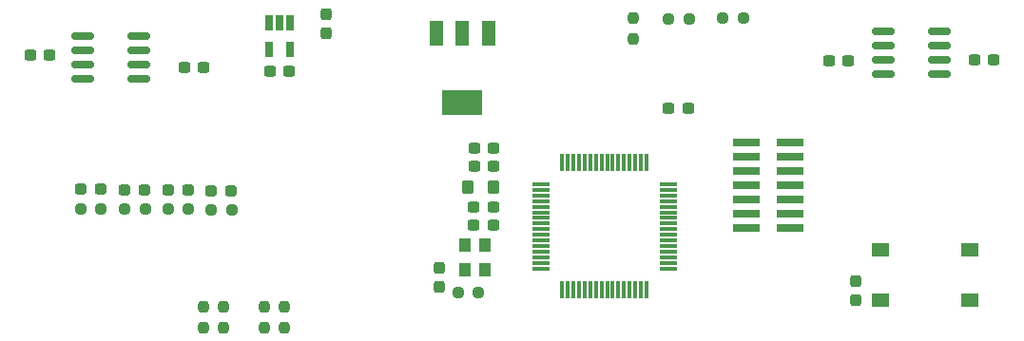
<source format=gbr>
%TF.GenerationSoftware,KiCad,Pcbnew,(6.0.7-1)-1*%
%TF.CreationDate,2022-10-27T12:50:35+02:00*%
%TF.ProjectId,ESE_RuizHerbelinAsfary,4553455f-5275-4697-9a48-657262656c69,rev?*%
%TF.SameCoordinates,Original*%
%TF.FileFunction,Paste,Top*%
%TF.FilePolarity,Positive*%
%FSLAX46Y46*%
G04 Gerber Fmt 4.6, Leading zero omitted, Abs format (unit mm)*
G04 Created by KiCad (PCBNEW (6.0.7-1)-1) date 2022-10-27 12:50:35*
%MOMM*%
%LPD*%
G01*
G04 APERTURE LIST*
G04 Aperture macros list*
%AMRoundRect*
0 Rectangle with rounded corners*
0 $1 Rounding radius*
0 $2 $3 $4 $5 $6 $7 $8 $9 X,Y pos of 4 corners*
0 Add a 4 corners polygon primitive as box body*
4,1,4,$2,$3,$4,$5,$6,$7,$8,$9,$2,$3,0*
0 Add four circle primitives for the rounded corners*
1,1,$1+$1,$2,$3*
1,1,$1+$1,$4,$5*
1,1,$1+$1,$6,$7*
1,1,$1+$1,$8,$9*
0 Add four rect primitives between the rounded corners*
20,1,$1+$1,$2,$3,$4,$5,0*
20,1,$1+$1,$4,$5,$6,$7,0*
20,1,$1+$1,$6,$7,$8,$9,0*
20,1,$1+$1,$8,$9,$2,$3,0*%
G04 Aperture macros list end*
%ADD10RoundRect,0.150000X-0.825000X-0.150000X0.825000X-0.150000X0.825000X0.150000X-0.825000X0.150000X0*%
%ADD11RoundRect,0.237500X0.250000X0.237500X-0.250000X0.237500X-0.250000X-0.237500X0.250000X-0.237500X0*%
%ADD12RoundRect,0.237500X-0.250000X-0.237500X0.250000X-0.237500X0.250000X0.237500X-0.250000X0.237500X0*%
%ADD13RoundRect,0.237500X-0.237500X0.250000X-0.237500X-0.250000X0.237500X-0.250000X0.237500X0.250000X0*%
%ADD14RoundRect,0.237500X-0.287500X-0.237500X0.287500X-0.237500X0.287500X0.237500X-0.287500X0.237500X0*%
%ADD15R,1.549400X1.295400*%
%ADD16RoundRect,0.237500X0.237500X-0.300000X0.237500X0.300000X-0.237500X0.300000X-0.237500X-0.300000X0*%
%ADD17RoundRect,0.237500X0.300000X0.237500X-0.300000X0.237500X-0.300000X-0.237500X0.300000X-0.237500X0*%
%ADD18R,1.000000X1.300000*%
%ADD19R,2.400000X0.740000*%
%ADD20RoundRect,0.237500X-0.300000X-0.237500X0.300000X-0.237500X0.300000X0.237500X-0.300000X0.237500X0*%
%ADD21R,1.219200X2.235200*%
%ADD22R,3.600000X2.200000*%
%ADD23RoundRect,0.011200X-0.723800X-0.128800X0.723800X-0.128800X0.723800X0.128800X-0.723800X0.128800X0*%
%ADD24RoundRect,0.011200X0.128800X-0.723800X0.128800X0.723800X-0.128800X0.723800X-0.128800X-0.723800X0*%
%ADD25RoundRect,0.237500X-0.237500X0.300000X-0.237500X-0.300000X0.237500X-0.300000X0.237500X0.300000X0*%
%ADD26RoundRect,0.250000X0.275000X0.350000X-0.275000X0.350000X-0.275000X-0.350000X0.275000X-0.350000X0*%
%ADD27RoundRect,0.042000X-0.258000X0.638000X-0.258000X-0.638000X0.258000X-0.638000X0.258000X0.638000X0*%
%ADD28RoundRect,0.237500X0.237500X-0.250000X0.237500X0.250000X-0.237500X0.250000X-0.237500X-0.250000X0*%
G04 APERTURE END LIST*
D10*
%TO.C,U501*%
X31595000Y-24880000D03*
X31595000Y-26150000D03*
X31595000Y-27420000D03*
X31595000Y-28690000D03*
X36545000Y-28690000D03*
X36545000Y-27420000D03*
X36545000Y-26150000D03*
X36545000Y-24880000D03*
%TD*%
D11*
%TO.C,R501*%
X90362500Y-23270000D03*
X88537500Y-23270000D03*
%TD*%
%TO.C,R308*%
X85562500Y-23290000D03*
X83737500Y-23290000D03*
%TD*%
D12*
%TO.C,R305*%
X35297500Y-40270000D03*
X37122500Y-40270000D03*
%TD*%
D13*
%TO.C,R202*%
X44090000Y-48970000D03*
X44090000Y-50795000D03*
%TD*%
D10*
%TO.C,U502*%
X102855000Y-24435000D03*
X102855000Y-25705000D03*
X102855000Y-26975000D03*
X102855000Y-28245000D03*
X107805000Y-28245000D03*
X107805000Y-26975000D03*
X107805000Y-25705000D03*
X107805000Y-24435000D03*
%TD*%
D12*
%TO.C,R304*%
X31377500Y-40250000D03*
X33202500Y-40250000D03*
%TD*%
D13*
%TO.C,R205*%
X49520000Y-48980000D03*
X49520000Y-50805000D03*
%TD*%
%TO.C,R309*%
X80570000Y-23270000D03*
X80570000Y-25095000D03*
%TD*%
D14*
%TO.C,D304*%
X42992500Y-38630000D03*
X44742500Y-38630000D03*
%TD*%
D15*
%TO.C,SW301*%
X102605000Y-43910000D03*
X110555000Y-43910000D03*
X102605000Y-48410000D03*
X110555000Y-48410000D03*
%TD*%
D16*
%TO.C,C307*%
X63320000Y-47232500D03*
X63320000Y-45507500D03*
%TD*%
D17*
%TO.C,C303*%
X68150000Y-36480000D03*
X66425000Y-36480000D03*
%TD*%
D18*
%TO.C,Y301*%
X65560000Y-43470000D03*
X65560000Y-45670000D03*
X67360000Y-45670000D03*
X67360000Y-43470000D03*
%TD*%
D16*
%TO.C,C305*%
X100380000Y-48402500D03*
X100380000Y-46677500D03*
%TD*%
D17*
%TO.C,C302*%
X68142500Y-34840000D03*
X66417500Y-34840000D03*
%TD*%
D19*
%TO.C,J301*%
X94540000Y-41920000D03*
X90640000Y-41920000D03*
X94540000Y-40650000D03*
X90640000Y-40650000D03*
X94540000Y-39380000D03*
X90640000Y-39380000D03*
X94540000Y-38110000D03*
X90640000Y-38110000D03*
X94540000Y-36840000D03*
X90640000Y-36840000D03*
X94540000Y-35570000D03*
X90640000Y-35570000D03*
X94540000Y-34300000D03*
X90640000Y-34300000D03*
%TD*%
D17*
%TO.C,C404*%
X49932500Y-27930000D03*
X48207500Y-27930000D03*
%TD*%
D20*
%TO.C,C502*%
X110957500Y-26970000D03*
X112682500Y-26970000D03*
%TD*%
D17*
%TO.C,C504*%
X99742500Y-27070000D03*
X98017500Y-27070000D03*
%TD*%
%TO.C,C304*%
X68100000Y-40110000D03*
X66375000Y-40110000D03*
%TD*%
D21*
%TO.C,U401*%
X67671400Y-24591200D03*
X65360000Y-24591200D03*
X63048600Y-24591200D03*
D22*
X65360000Y-30789000D03*
%TD*%
D23*
%TO.C,U301*%
X72330000Y-38050000D03*
X72330000Y-38550000D03*
X72330000Y-39050000D03*
X72330000Y-39550000D03*
X72330000Y-40050000D03*
X72330000Y-40550000D03*
X72330000Y-41050000D03*
X72330000Y-41550000D03*
X72330000Y-42050000D03*
X72330000Y-42550000D03*
X72330000Y-43050000D03*
X72330000Y-43550000D03*
X72330000Y-44050000D03*
X72330000Y-44550000D03*
X72330000Y-45050000D03*
X72330000Y-45550000D03*
D24*
X74250000Y-47470000D03*
X74750000Y-47470000D03*
X75250000Y-47470000D03*
X75750000Y-47470000D03*
X76250000Y-47470000D03*
X76750000Y-47470000D03*
X77250000Y-47470000D03*
X77750000Y-47470000D03*
X78250000Y-47470000D03*
X78750000Y-47470000D03*
X79250000Y-47470000D03*
X79750000Y-47470000D03*
X80250000Y-47470000D03*
X80750000Y-47470000D03*
X81250000Y-47470000D03*
X81750000Y-47470000D03*
D23*
X83670000Y-45550000D03*
X83670000Y-45050000D03*
X83670000Y-44550000D03*
X83670000Y-44050000D03*
X83670000Y-43550000D03*
X83670000Y-43050000D03*
X83670000Y-42550000D03*
X83670000Y-42050000D03*
X83670000Y-41550000D03*
X83670000Y-41050000D03*
X83670000Y-40550000D03*
X83670000Y-40050000D03*
X83670000Y-39550000D03*
X83670000Y-39050000D03*
X83670000Y-38550000D03*
X83670000Y-38050000D03*
D24*
X81750000Y-36130000D03*
X81250000Y-36130000D03*
X80750000Y-36130000D03*
X80250000Y-36130000D03*
X79750000Y-36130000D03*
X79250000Y-36130000D03*
X78750000Y-36130000D03*
X78250000Y-36130000D03*
X77750000Y-36130000D03*
X77250000Y-36130000D03*
X76750000Y-36130000D03*
X76250000Y-36130000D03*
X75750000Y-36130000D03*
X75250000Y-36130000D03*
X74750000Y-36130000D03*
X74250000Y-36130000D03*
%TD*%
D12*
%TO.C,R303*%
X64965000Y-47740000D03*
X66790000Y-47740000D03*
%TD*%
D17*
%TO.C,C306*%
X68092500Y-41700000D03*
X66367500Y-41700000D03*
%TD*%
D25*
%TO.C,C403*%
X53250000Y-22850000D03*
X53250000Y-24575000D03*
%TD*%
D20*
%TO.C,C501*%
X40587500Y-27640000D03*
X42312500Y-27640000D03*
%TD*%
D12*
%TO.C,R307*%
X42997500Y-40320000D03*
X44822500Y-40320000D03*
%TD*%
D20*
%TO.C,C506*%
X85444500Y-31242000D03*
X83719500Y-31242000D03*
%TD*%
D14*
%TO.C,D301*%
X31392500Y-38500000D03*
X33142500Y-38500000D03*
%TD*%
D12*
%TO.C,R306*%
X39167500Y-40290000D03*
X40992500Y-40290000D03*
%TD*%
D26*
%TO.C,L301*%
X68150000Y-38260000D03*
X65850000Y-38260000D03*
%TD*%
D14*
%TO.C,D302*%
X35277500Y-38540000D03*
X37027500Y-38540000D03*
%TD*%
D27*
%TO.C,U402*%
X50010000Y-23645000D03*
X49060000Y-23645000D03*
X48110000Y-23645000D03*
X48110000Y-25995000D03*
X50010000Y-25995000D03*
%TD*%
D14*
%TO.C,D303*%
X39165000Y-38590000D03*
X40915000Y-38590000D03*
%TD*%
D28*
%TO.C,R204*%
X47720000Y-50795000D03*
X47720000Y-48970000D03*
%TD*%
%TO.C,R201*%
X42300000Y-50795000D03*
X42300000Y-48970000D03*
%TD*%
D17*
%TO.C,C503*%
X28622500Y-26555000D03*
X26897500Y-26555000D03*
%TD*%
M02*

</source>
